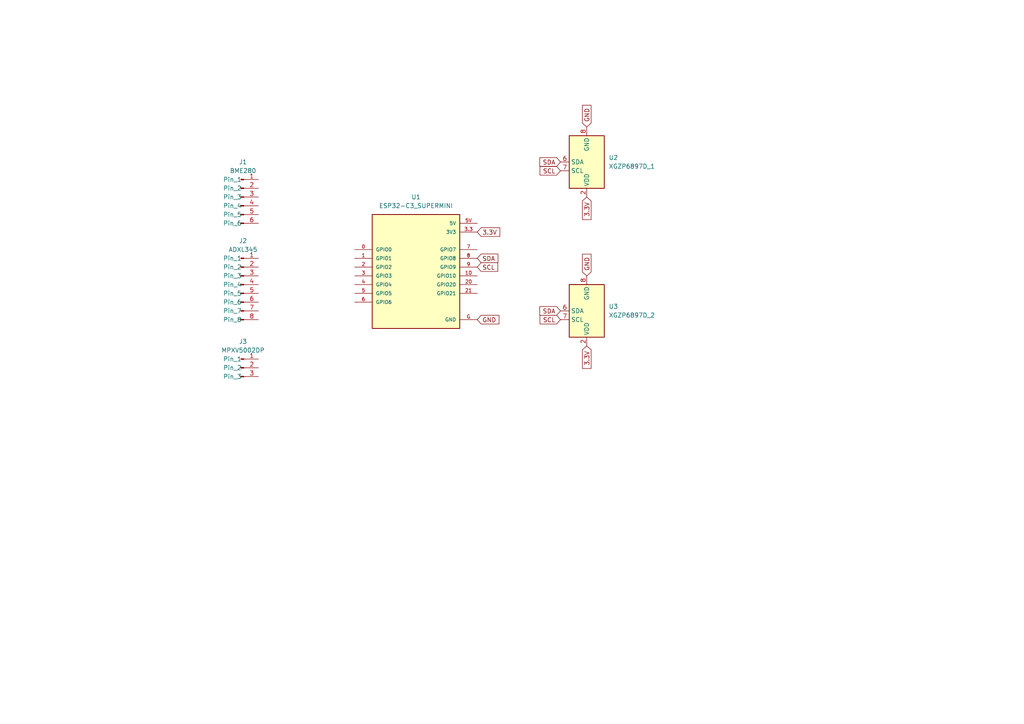
<source format=kicad_sch>
(kicad_sch (version 20230121) (generator eeschema)
  (paper "A4")
  (lib_symbols
    (symbol "Connector:Conn_01x03_Pin" (pin_names (offset 1.016))
      (property "Reference" "J" (at 0 5.08 0))
      (property "Value" "Conn_01x03_Pin" (at 0 -5.08 0))
      (symbol "Conn_01x03_Pin_1_1"
        (polyline (pts (xy 1.27 -2.54) (xy 0.8636 -2.54)) (stroke (width 0.1524)))
        (polyline (pts (xy 1.27 0) (xy 0.8636 0)) (stroke (width 0.1524)))
        (polyline (pts (xy 1.27 2.54) (xy 0.8636 2.54)) (stroke (width 0.1524)))
        (rectangle (start 0.8636 -2.413) (end 0 -2.667) (stroke (width 0.1524)) (fill (type outline)))
        (rectangle (start 0.8636 0.127) (end 0 -0.127) (stroke (width 0.1524)) (fill (type outline)))
        (rectangle (start 0.8636 2.667) (end 0 2.413) (stroke (width 0.1524)) (fill (type outline)))
        (pin passive line (at 5.08 2.54 180) (length 3.81) (name "Pin_1") (number "1"))
        (pin passive line (at 5.08 0 180) (length 3.81) (name "Pin_2") (number "2"))
        (pin passive line (at 5.08 -2.54 180) (length 3.81) (name "Pin_3") (number "3"))
      )
    )
    (symbol "Connector:Conn_01x06_Pin" (pin_names (offset 1.016))
      (property "Reference" "J" (at 0 7.62 0))
      (property "Value" "Conn_01x06_Pin" (at 0 -10.16 0))
      (symbol "Conn_01x06_Pin_1_1"
        (polyline (pts (xy 1.27 -7.62) (xy 0.8636 -7.62)) (stroke (width 0.1524)))
        (polyline (pts (xy 1.27 -5.08) (xy 0.8636 -5.08)) (stroke (width 0.1524)))
        (polyline (pts (xy 1.27 -2.54) (xy 0.8636 -2.54)) (stroke (width 0.1524)))
        (polyline (pts (xy 1.27 0) (xy 0.8636 0)) (stroke (width 0.1524)))
        (polyline (pts (xy 1.27 2.54) (xy 0.8636 2.54)) (stroke (width 0.1524)))
        (polyline (pts (xy 1.27 5.08) (xy 0.8636 5.08)) (stroke (width 0.1524)))
        (rectangle (start 0.8636 -7.493) (end 0 -7.747) (stroke (width 0.1524)) (fill (type outline)))
        (rectangle (start 0.8636 -4.953) (end 0 -5.207) (stroke (width 0.1524)) (fill (type outline)))
        (rectangle (start 0.8636 -2.413) (end 0 -2.667) (stroke (width 0.1524)) (fill (type outline)))
        (rectangle (start 0.8636 0.127) (end 0 -0.127) (stroke (width 0.1524)) (fill (type outline)))
        (rectangle (start 0.8636 2.667) (end 0 2.413) (stroke (width 0.1524)) (fill (type outline)))
        (rectangle (start 0.8636 5.207) (end 0 4.953) (stroke (width 0.1524)) (fill (type outline)))
        (pin passive line (at 5.08 5.08 180) (length 3.81) (name "Pin_1") (number "1"))
        (pin passive line (at 5.08 2.54 180) (length 3.81) (name "Pin_2") (number "2"))
        (pin passive line (at 5.08 0 180) (length 3.81) (name "Pin_3") (number "3"))
        (pin passive line (at 5.08 -2.54 180) (length 3.81) (name "Pin_4") (number "4"))
        (pin passive line (at 5.08 -5.08 180) (length 3.81) (name "Pin_5") (number "5"))
        (pin passive line (at 5.08 -7.62 180) (length 3.81) (name "Pin_6") (number "6"))
      )
    )
    (symbol "Connector:Conn_01x08_Pin" (pin_names (offset 1.016))
      (property "Reference" "J" (at 0 10.16 0))
      (property "Value" "Conn_01x08_Pin" (at 0 -12.7 0))
      (symbol "Conn_01x08_Pin_1_1"
        (polyline (pts (xy 1.27 -10.16) (xy 0.8636 -10.16)) (stroke (width 0.1524)))
        (polyline (pts (xy 1.27 -7.62) (xy 0.8636 -7.62)) (stroke (width 0.1524)))
        (polyline (pts (xy 1.27 -5.08) (xy 0.8636 -5.08)) (stroke (width 0.1524)))
        (polyline (pts (xy 1.27 -2.54) (xy 0.8636 -2.54)) (stroke (width 0.1524)))
        (polyline (pts (xy 1.27 0) (xy 0.8636 0)) (stroke (width 0.1524)))
        (polyline (pts (xy 1.27 2.54) (xy 0.8636 2.54)) (stroke (width 0.1524)))
        (polyline (pts (xy 1.27 5.08) (xy 0.8636 5.08)) (stroke (width 0.1524)))
        (polyline (pts (xy 1.27 7.62) (xy 0.8636 7.62)) (stroke (width 0.1524)))
        (rectangle (start 0.8636 -10.033) (end 0 -10.287) (stroke (width 0.1524)) (fill (type outline)))
        (rectangle (start 0.8636 -7.493) (end 0 -7.747) (stroke (width 0.1524)) (fill (type outline)))
        (rectangle (start 0.8636 -4.953) (end 0 -5.207) (stroke (width 0.1524)) (fill (type outline)))
        (rectangle (start 0.8636 -2.413) (end 0 -2.667) (stroke (width 0.1524)) (fill (type outline)))
        (rectangle (start 0.8636 0.127) (end 0 -0.127) (stroke (width 0.1524)) (fill (type outline)))
        (rectangle (start 0.8636 2.667) (end 0 2.413) (stroke (width 0.1524)) (fill (type outline)))
        (rectangle (start 0.8636 5.207) (end 0 4.953) (stroke (width 0.1524)) (fill (type outline)))
        (rectangle (start 0.8636 7.747) (end 0 7.493) (stroke (width 0.1524)) (fill (type outline)))
        (pin passive line (at 5.08 7.62 180) (length 3.81) (name "Pin_1") (number "1"))
        (pin passive line (at 5.08 5.08 180) (length 3.81) (name "Pin_2") (number "2"))
        (pin passive line (at 5.08 2.54 180) (length 3.81) (name "Pin_3") (number "3"))
        (pin passive line (at 5.08 0 180) (length 3.81) (name "Pin_4") (number "4"))
        (pin passive line (at 5.08 -2.54 180) (length 3.81) (name "Pin_5") (number "5"))
        (pin passive line (at 5.08 -5.08 180) (length 3.81) (name "Pin_6") (number "6"))
        (pin passive line (at 5.08 -7.62 180) (length 3.81) (name "Pin_7") (number "7"))
        (pin passive line (at 5.08 -10.16 180) (length 3.81) (name "Pin_8") (number "8"))
      )
    )
    (symbol "Diff_Pressure:XGZP6897D"
      (property "Reference" "U" (at -5.08 8.89 0))
      (property "Value" "XGZP6897D" (at 1.27 8.89 0))
      (symbol "XGZP6897D_0_1"
        (rectangle (start -5.08 7.62) (end 5.08 -7.62) (stroke (width 0.254)) (fill (type background)))
      )
      (symbol "XGZP6897D_1_0"
        (pin no_connect line (at -5.08 2.54 0) (length 2.54) hide (name "NC") (number "1"))
        (pin no_connect line (at -5.08 0 0) (length 2.54) hide (name "NC") (number "3"))
        (pin no_connect line (at -5.08 -2.54 0) (length 2.54) hide (name "NC") (number "4"))
        (pin no_connect line (at -5.08 -5.08 0) (length 2.54) hide (name "NC") (number "5"))
      )
      (symbol "XGZP6897D_1_1"
        (pin power_in line (at 0 10.16 270) (length 2.54) (name "VDD") (number "2"))
        (pin bidirectional line (at 7.62 0 180) (length 2.54) (name "SDA") (number "6"))
        (pin passive line (at 7.62 2.54 180) (length 2.54) (name "SCL") (number "7"))
        (pin power_in line (at 0 -10.16 90) (length 2.54) (name "GND") (number "8"))
      )
    )
    (symbol "ESP32_C3:ESP32-C3_SUPERMINI" (pin_names (offset 1.016))
      (property "Reference" "U" (at -12.7 16.002 0))
      (property "Value" "ESP32-C3_SUPERMINI" (at -12.7 -20.32 0))
      (symbol "ESP32-C3_SUPERMINI_0_0"
        (rectangle (start -12.7 -17.78) (end 12.7 15.24) (stroke (width 0.254)) (fill (type background)))
        (pin bidirectional line (at -17.78 5.08 0) (length 5.08) (name "GPIO0") (number "0"))
        (pin bidirectional line (at -17.78 2.54 0) (length 5.08) (name "GPIO1") (number "1"))
        (pin bidirectional line (at 17.78 -2.54 180) (length 5.08) (name "GPIO10") (number "10"))
        (pin bidirectional line (at -17.78 0 0) (length 5.08) (name "GPIO2") (number "2"))
        (pin bidirectional line (at 17.78 -5.08 180) (length 5.08) (name "GPIO20") (number "20"))
        (pin bidirectional line (at 17.78 -7.62 180) (length 5.08) (name "GPIO21") (number "21"))
        (pin bidirectional line (at -17.78 -2.54 0) (length 5.08) (name "GPIO3") (number "3"))
        (pin power_in line (at 17.78 10.16 180) (length 5.08) (name "3V3") (number "3.3"))
        (pin bidirectional line (at -17.78 -5.08 0) (length 5.08) (name "GPIO4") (number "4"))
        (pin bidirectional line (at -17.78 -7.62 0) (length 5.08) (name "GPIO5") (number "5"))
        (pin power_in line (at 17.78 12.7 180) (length 5.08) (name "5V") (number "5V"))
        (pin bidirectional line (at -17.78 -10.16 0) (length 5.08) (name "GPIO6") (number "6"))
        (pin bidirectional line (at 17.78 5.08 180) (length 5.08) (name "GPIO7") (number "7"))
        (pin bidirectional line (at 17.78 2.54 180) (length 5.08) (name "GPIO8") (number "8"))
        (pin bidirectional line (at 17.78 0 180) (length 5.08) (name "GPIO9") (number "9"))
        (pin power_in line (at 17.78 -15.24 180) (length 5.08) (name "GND") (number "G"))
      )
    )
  )
  (global_label "3.3V" (shape input) (at 138.43 67.31 0) (property "Intersheetrefs" "${INTERSHEET_REFS}" (effects hide)))
  (global_label "SCL" (shape input) (at 138.43 77.47 0) (property "Intersheetrefs" "${INTERSHEET_REFS}" (effects hide)))
  (global_label "SCL" (shape input) (at 162.56 49.53 180) (property "Intersheetrefs" "${INTERSHEET_REFS}" (effects hide)))
  (global_label "SDA" (shape input) (at 162.56 90.17 180) (property "Intersheetrefs" "${INTERSHEET_REFS}" (effects hide)))
  (global_label "GND" (shape input) (at 138.43 92.71 0) (property "Intersheetrefs" "${INTERSHEET_REFS}" (effects hide)))
  (global_label "SCL" (shape input) (at 162.56 92.71 180) (property "Intersheetrefs" "${INTERSHEET_REFS}" (effects hide)))
  (global_label "SDA" (shape input) (at 162.56 46.99 180) (property "Intersheetrefs" "${INTERSHEET_REFS}" (effects hide)))
  (global_label "3.3V" (shape input) (at 170.18 100.33 270) (property "Intersheetrefs" "${INTERSHEET_REFS}" (effects hide)))
  (global_label "GND" (shape input) (at 170.18 80.01 90) (property "Intersheetrefs" "${INTERSHEET_REFS}" (effects hide)))
  (global_label "GND" (shape input) (at 170.18 36.83 90) (property "Intersheetrefs" "${INTERSHEET_REFS}" (effects hide)))
  (global_label "SDA" (shape input) (at 138.43 74.93 0) (property "Intersheetrefs" "${INTERSHEET_REFS}" (effects hide)))
  (global_label "3.3V" (shape input) (at 170.18 57.15 270) (property "Intersheetrefs" "${INTERSHEET_REFS}" (effects hide)))
  (symbol (lib_id "Diff_Pressure:XGZP6897D") (at 170.18 90.17 180) (unit 1)
    (property "Reference" "U3" (at 176.53 88.9 0) (effects (justify right)))
    (property "Value" "XGZP6897D_2" (at 176.53 91.44 0) (effects (justify right)))
    (property "Footprint" "niig:CFSensor_XGZP6897x" (effects hide))
    (property "Datasheet" "https://cfsensor.com/wp-content/uploads/2022/11/XGZP6897D-Pressure-Sensor-V2.7.pdf" (effects hide))
  )
  (symbol (lib_id "ESP32_C3:ESP32-C3_SUPERMINI") (at 120.65 77.47 0) (unit 1)
    (property "Reference" "U1" (at 120.65 57.15 0))
    (property "Value" "ESP32-C3_SUPERMINI" (at 120.65 59.69 0))
    (property "Footprint" "niig:MODULE_ESP32-C3_SUPERMINI" (effects hide))
    (property "MF" "Espressif Systems" (effects hide))
    (property "MAXIMUM_PACKAGE_HEIGHT" "4.2mm" (effects hide))
    (property "Package" "Package" (effects hide))
    (property "Price" "None" (effects hide))
    (property "Check_prices" "https://www.snapeda.com/parts/ESP32-C3%20SuperMini/Espressif+Systems/view-part/?ref=eda" (effects hide))
    (property "STANDARD" "Manufacturer Recommendations" (effects hide))
    (property "SnapEDA_Link" "https://www.snapeda.com/parts/ESP32-C3%20SuperMini/Espressif+Systems/view-part/?ref=snap" (effects hide))
    (property "MP" "ESP32-C3 SuperMini" (effects hide))
    (property "Description" "\nSuper tiny ESP32-C3 board\n" (effects hide))
    (property "Availability" "Not in stock" (effects hide))
    (property "MANUFACTURER" "Espressif" (effects hide))
  )
  (symbol (lib_id "Connector:Conn_01x03_Pin") (at 69.85 106.68 0) (unit 1)
    (property "Reference" "J3" (at 70.485 99.06 0))
    (property "Value" "MPXV5002DP" (at 70.485 101.6 0))
    (property "Footprint" "Connector_PinHeader_2.54mm:PinHeader_1x03_P2.54mm_Vertical" (effects hide))
  )
  (symbol (lib_id "Connector:Conn_01x08_Pin") (at 69.85 82.55 0) (unit 1)
    (property "Reference" "J2" (at 70.485 69.85 0))
    (property "Value" "ADXL345" (at 70.485 72.39 0))
    (property "Footprint" "Connector_PinHeader_2.54mm:PinHeader_1x08_P2.54mm_Vertical" (effects hide))
  )
  (symbol (lib_id "Connector:Conn_01x06_Pin") (at 69.85 57.15 0) (unit 1)
    (property "Reference" "J1" (at 70.485 46.99 0))
    (property "Value" "BME280" (at 70.485 49.53 0))
    (property "Footprint" "Connector_PinHeader_2.54mm:PinHeader_1x06_P2.54mm_Vertical" (effects hide))
  )
  (symbol (lib_id "Diff_Pressure:XGZP6897D") (at 170.18 46.99 180) (unit 1)
    (property "Reference" "U2" (at 176.53 45.72 0) (effects (justify right)))
    (property "Value" "XGZP6897D_1" (at 176.53 48.26 0) (effects (justify right)))
    (property "Footprint" "niig:CFSensor_XGZP6897x" (effects hide))
    (property "Datasheet" "https://cfsensor.com/wp-content/uploads/2022/11/XGZP6897D-Pressure-Sensor-V2.7.pdf" (effects hide))
  )
)
</source>
